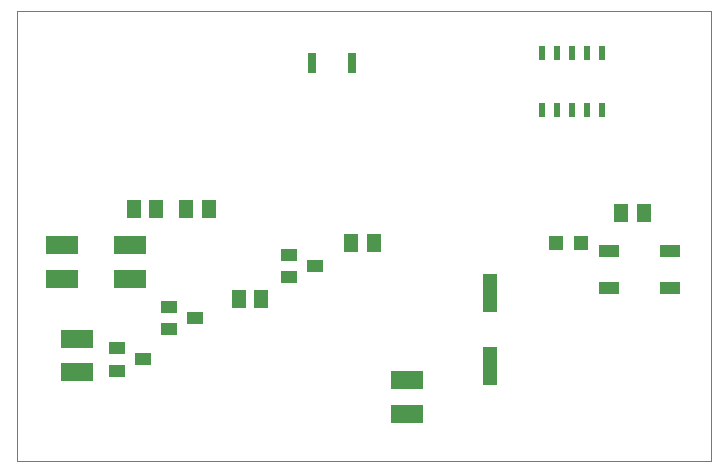
<source format=gtp>
G75*
%MOIN*%
%OFA0B0*%
%FSLAX25Y25*%
%IPPOS*%
%LPD*%
%AMOC8*
5,1,8,0,0,1.08239X$1,22.5*
%
%ADD10C,0.00000*%
%ADD11R,0.05512X0.03937*%
%ADD12R,0.10630X0.06299*%
%ADD13R,0.04724X0.04724*%
%ADD14R,0.05118X0.05906*%
%ADD15R,0.03150X0.06693*%
%ADD16R,0.06500X0.03937*%
%ADD17R,0.02000X0.05000*%
%ADD18R,0.05118X0.12992*%
D10*
X0002550Y0001800D02*
X0002550Y0151761D01*
X0233751Y0151761D01*
X0233751Y0001800D01*
X0002550Y0001800D01*
D11*
X0035719Y0031810D03*
X0044381Y0035550D03*
X0035719Y0039290D03*
X0053219Y0045560D03*
X0061881Y0049300D03*
X0053219Y0053040D03*
X0093219Y0063060D03*
X0101881Y0066800D03*
X0093219Y0070540D03*
D12*
X0040050Y0073562D03*
X0040050Y0062538D03*
X0017550Y0062538D03*
X0017550Y0073562D03*
X0022550Y0042312D03*
X0022550Y0031288D03*
X0132550Y0028562D03*
X0132550Y0017538D03*
D13*
X0182166Y0074300D03*
X0190434Y0074300D03*
D14*
X0203810Y0084300D03*
X0211290Y0084300D03*
X0121290Y0074300D03*
X0113810Y0074300D03*
X0083790Y0055550D03*
X0076310Y0055550D03*
X0066290Y0085550D03*
X0058810Y0085550D03*
X0048790Y0085550D03*
X0041310Y0085550D03*
D15*
X0100857Y0134300D03*
X0114243Y0134300D03*
D16*
X0199904Y0071849D03*
X0199904Y0059251D03*
X0220196Y0059251D03*
X0220196Y0071849D03*
D17*
X0197550Y0118550D03*
X0192550Y0118550D03*
X0187550Y0118550D03*
X0182550Y0118550D03*
X0177550Y0118550D03*
X0177550Y0137550D03*
X0182550Y0137550D03*
X0187550Y0137550D03*
X0192550Y0137550D03*
X0197550Y0137550D03*
D18*
X0160050Y0057853D03*
X0160050Y0033247D03*
M02*

</source>
